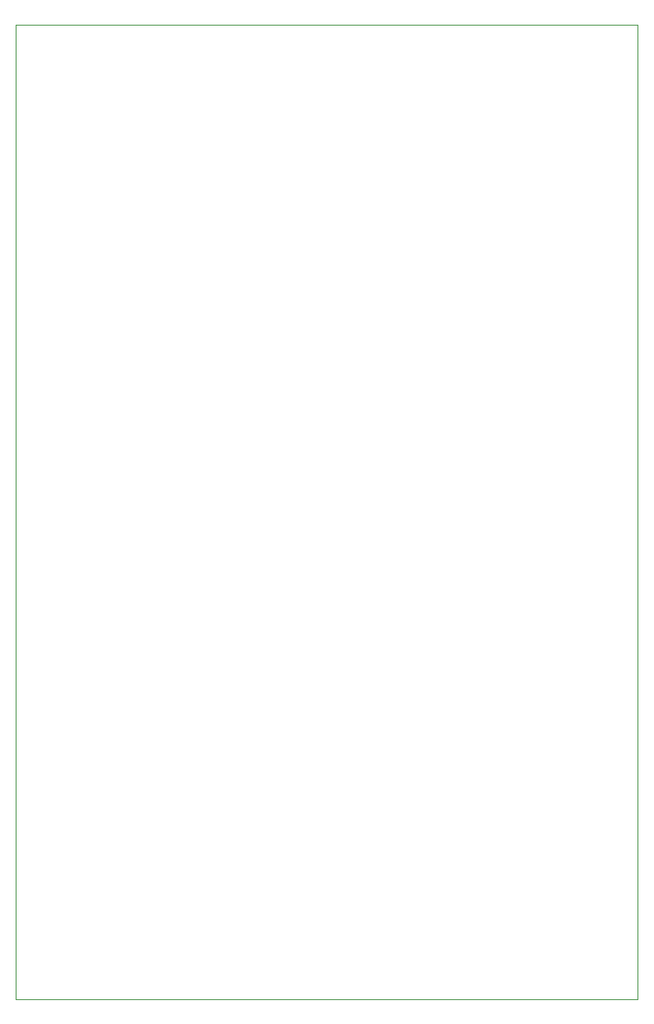
<source format=gbr>
%TF.GenerationSoftware,KiCad,Pcbnew,(5.99.0-9218-g05b559c9dc)*%
%TF.CreationDate,2021-02-22T21:08:47-05:00*%
%TF.ProjectId,LexaBlaster,4c657861-426c-4617-9374-65722e6b6963,rev?*%
%TF.SameCoordinates,Original*%
%TF.FileFunction,Profile,NP*%
%FSLAX46Y46*%
G04 Gerber Fmt 4.6, Leading zero omitted, Abs format (unit mm)*
G04 Created by KiCad (PCBNEW (5.99.0-9218-g05b559c9dc)) date 2021-02-22 21:08:47*
%MOMM*%
%LPD*%
G01*
G04 APERTURE LIST*
%TA.AperFunction,Profile*%
%ADD10C,0.100000*%
%TD*%
G04 APERTURE END LIST*
D10*
X122860000Y-42850000D02*
X122860000Y-142850000D01*
X122860000Y-42850000D02*
X186690000Y-42850000D01*
X186690000Y-142850000D02*
X186690000Y-42850000D01*
X122860000Y-142850000D02*
X186690000Y-142850000D01*
M02*

</source>
